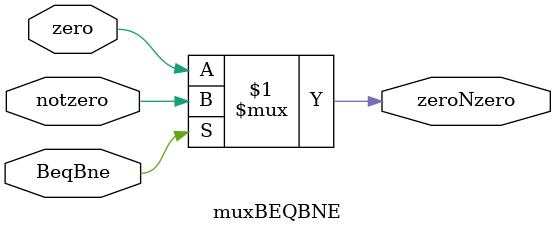
<source format=sv>
module muxBEQBNE(input logic BeqBne, 
                 input logic zero, 
                 input logic notzero,
                 output logic zeroNzero);
  assign zeroNzero = BeqBne ? notzero : zero;
endmodule
</source>
